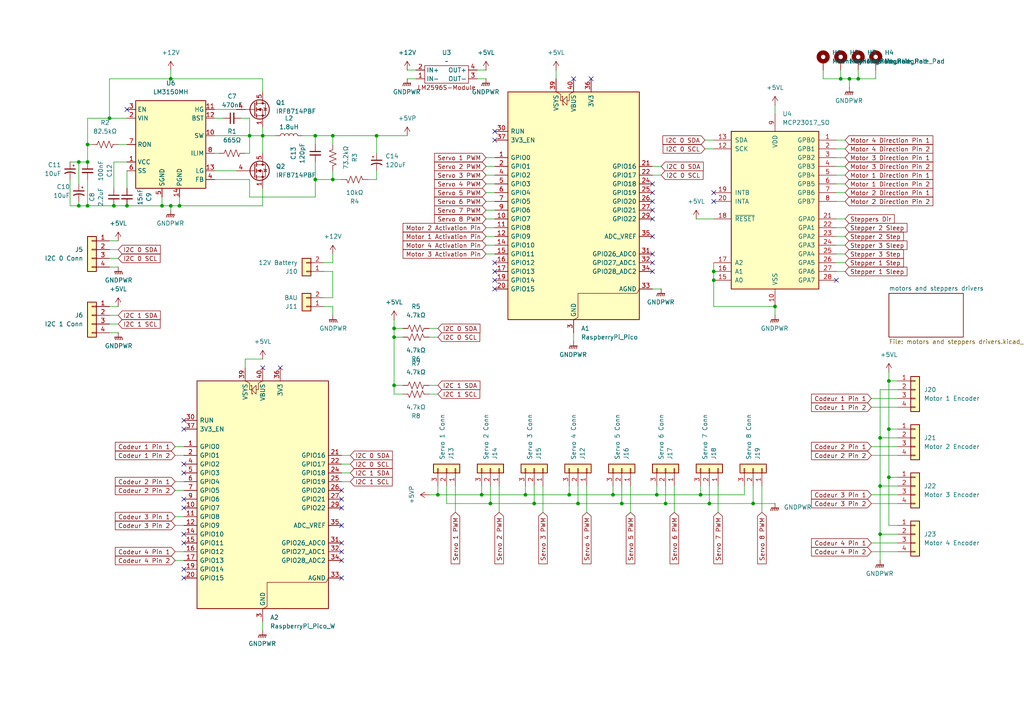
<source format=kicad_sch>
(kicad_sch (version 20250114) (generator "eeschema") (generator_version "9.0")
  (paper "A4")
  (junction (at 25.4 41.91))
  (junction (at 224.79 88.9))
  (junction (at 49.53 59.69))
  (junction (at 36.83 59.69))
  (junction (at 46.99 59.69))
  (junction (at 207.01 81.28))
  (junction (at 33.02 59.69))
  (junction (at 127 143.51))
  (junction (at 177.8 143.51))
  (junction (at 203.2 143.51))
  (junction (at 243.84 22.86))
  (junction (at 109.22 39.37))
  (junction (at 52.07 59.69))
  (junction (at 72.39 39.37))
  (junction (at 114.3 97.79))
  (junction (at 190.5 143.51))
  (junction (at 207.01 78.74))
  (junction (at 246.38 22.86))
  (junction (at 76.2 39.37))
  (junction (at 31.75 34.29))
  (junction (at 25.4 46.99))
  (junction (at 142.24 146.05))
  (junction (at 96.52 52.07))
  (junction (at 22.86 46.99))
  (junction (at 255.27 140.97))
  (junction (at 49.53 22.86))
  (junction (at 165.1 143.51))
  (junction (at 91.44 39.37))
  (junction (at 152.4 143.51))
  (junction (at 167.64 146.05))
  (junction (at 255.27 154.94))
  (junction (at 255.27 127))
  (junction (at 257.81 110.49))
  (junction (at 180.34 146.05))
  (junction (at 205.74 146.05))
  (junction (at 114.3 95.25))
  (junction (at 218.44 146.05))
  (junction (at 257.81 124.46))
  (junction (at 248.92 22.86))
  (junction (at 25.4 59.69))
  (junction (at 22.86 59.69))
  (junction (at 139.7 143.51))
  (junction (at 114.3 111.76))
  (junction (at 96.52 39.37))
  (junction (at 91.44 52.07))
  (junction (at 154.94 146.05))
  (junction (at 193.04 146.05))
  (junction (at 257.81 138.43))
  (no_connect (at 53.34 147.32))
  (no_connect (at 99.06 142.24))
  (no_connect (at 143.51 78.74))
  (no_connect (at 53.34 157.48))
  (no_connect (at 166.37 22.86))
  (no_connect (at 143.51 38.1))
  (no_connect (at 53.34 121.92))
  (no_connect (at 189.23 73.66))
  (no_connect (at 99.06 157.48))
  (no_connect (at 207.01 55.88))
  (no_connect (at 76.2 106.68))
  (no_connect (at 99.06 160.02))
  (no_connect (at 207.01 58.42))
  (no_connect (at 143.51 83.82))
  (no_connect (at 99.06 167.64))
  (no_connect (at 189.23 55.88))
  (no_connect (at 99.06 152.4))
  (no_connect (at 143.51 81.28))
  (no_connect (at 53.34 154.94))
  (no_connect (at 171.45 22.86))
  (no_connect (at 189.23 68.58))
  (no_connect (at 189.23 53.34))
  (no_connect (at 99.06 162.56))
  (no_connect (at 53.34 137.16))
  (no_connect (at 53.34 134.62))
  (no_connect (at 189.23 60.96))
  (no_connect (at 143.51 76.2))
  (no_connect (at 99.06 144.78))
  (no_connect (at 53.34 124.46))
  (no_connect (at 189.23 58.42))
  (no_connect (at 53.34 165.1))
  (no_connect (at 189.23 63.5))
  (no_connect (at 53.34 144.78))
  (no_connect (at 36.83 31.75))
  (no_connect (at 53.34 167.64))
  (no_connect (at 81.28 106.68))
  (no_connect (at 99.06 147.32))
  (no_connect (at 242.57 81.28))
  (no_connect (at 189.23 78.74))
  (no_connect (at 189.23 76.2))
  (no_connect (at 143.51 40.64))
  (wire (pts (xy 207.01 76.2) (xy 207.01 78.74)))
  (wire (pts (xy 142.24 146.05) (xy 154.94 146.05)))
  (wire (pts (xy 76.2 36.83) (xy 76.2 39.37)))
  (wire (pts (xy 252.73 132.08) (xy 260.35 132.08)))
  (wire (pts (xy 204.47 40.64) (xy 207.01 40.64)))
  (wire (pts (xy 139.7 143.51) (xy 139.7 140.97)))
  (wire (pts (xy 260.35 152.4) (xy 257.81 152.4)))
  (wire (pts (xy 255.27 113.03) (xy 255.27 127)))
  (wire (pts (xy 140.97 73.66) (xy 143.51 73.66)))
  (wire (pts (xy 25.4 41.91) (xy 26.67 41.91)))
  (wire (pts (xy 190.5 143.51) (xy 190.5 140.97)))
  (wire (pts (xy 71.12 44.45) (xy 72.39 44.45)))
  (wire (pts (xy 127 95.25) (xy 124.46 95.25)))
  (wire (pts (xy 96.52 76.2) (xy 93.98 76.2)))
  (wire (pts (xy 31.75 74.93) (xy 34.29 74.93)))
  (wire (pts (xy 245.11 43.18) (xy 242.57 43.18)))
  (wire (pts (xy 245.11 50.8) (xy 242.57 50.8)))
  (wire (pts (xy 260.35 110.49) (xy 257.81 110.49)))
  (wire (pts (xy 255.27 140.97) (xy 255.27 127)))
  (wire (pts (xy 252.73 157.48) (xy 260.35 157.48)))
  (wire (pts (xy 31.75 72.39) (xy 34.29 72.39)))
  (wire (pts (xy 62.23 34.29) (xy 64.77 34.29)))
  (wire (pts (xy 203.2 143.51) (xy 203.2 140.97)))
  (wire (pts (xy 22.86 58.42) (xy 22.86 59.69)))
  (wire (pts (xy 25.4 34.29) (xy 25.4 41.91)))
  (wire (pts (xy 142.24 146.05) (xy 142.24 140.97)))
  (wire (pts (xy 166.37 96.52) (xy 166.37 99.06)))
  (wire (pts (xy 96.52 73.66) (xy 96.52 76.2)))
  (wire (pts (xy 245.11 68.58) (xy 242.57 68.58)))
  (wire (pts (xy 140.97 48.26) (xy 143.51 48.26)))
  (wire (pts (xy 195.58 148.59) (xy 195.58 140.97)))
  (wire (pts (xy 245.11 66.04) (xy 242.57 66.04)))
  (wire (pts (xy 20.32 59.69) (xy 22.86 59.69)))
  (wire (pts (xy 180.34 146.05) (xy 193.04 146.05)))
  (wire (pts (xy 129.54 146.05) (xy 142.24 146.05)))
  (wire (pts (xy 140.97 58.42) (xy 143.51 58.42)))
  (wire (pts (xy 50.8 149.86) (xy 53.34 149.86)))
  (wire (pts (xy 170.18 148.59) (xy 170.18 140.97)))
  (wire (pts (xy 152.4 143.51) (xy 165.1 143.51)))
  (wire (pts (xy 238.76 20.32) (xy 238.76 22.86)))
  (wire (pts (xy 201.93 63.5) (xy 207.01 63.5)))
  (wire (pts (xy 180.34 146.05) (xy 180.34 140.97)))
  (wire (pts (xy 109.22 44.45) (xy 109.22 39.37)))
  (wire (pts (xy 205.74 146.05) (xy 205.74 140.97)))
  (wire (pts (xy 260.35 154.94) (xy 255.27 154.94)))
  (wire (pts (xy 109.22 52.07) (xy 106.68 52.07)))
  (wire (pts (xy 248.92 20.32) (xy 248.92 22.86)))
  (wire (pts (xy 161.29 20.32) (xy 161.29 22.86)))
  (wire (pts (xy 72.39 39.37) (xy 72.39 44.45)))
  (wire (pts (xy 76.2 39.37) (xy 80.01 39.37)))
  (wire (pts (xy 22.86 46.99) (xy 25.4 46.99)))
  (wire (pts (xy 246.38 22.86) (xy 248.92 22.86)))
  (wire (pts (xy 49.53 22.86) (xy 31.75 22.86)))
  (wire (pts (xy 36.83 59.69) (xy 46.99 59.69)))
  (wire (pts (xy 76.2 180.34) (xy 76.2 182.88)))
  (wire (pts (xy 87.63 39.37) (xy 91.44 39.37)))
  (wire (pts (xy 157.48 148.59) (xy 157.48 140.97)))
  (wire (pts (xy 22.86 53.34) (xy 22.86 46.99)))
  (wire (pts (xy 224.79 30.48) (xy 224.79 33.02)))
  (wire (pts (xy 72.39 39.37) (xy 76.2 39.37)))
  (wire (pts (xy 96.52 88.9) (xy 93.98 88.9)))
  (wire (pts (xy 138.43 22.86) (xy 140.97 22.86)))
  (wire (pts (xy 76.2 39.37) (xy 76.2 44.45)))
  (wire (pts (xy 109.22 49.53) (xy 109.22 52.07)))
  (wire (pts (xy 72.39 52.07) (xy 62.23 52.07)))
  (wire (pts (xy 245.11 76.2) (xy 242.57 76.2)))
  (wire (pts (xy 257.81 107.95) (xy 257.81 110.49)))
  (wire (pts (xy 132.08 148.59) (xy 132.08 140.97)))
  (wire (pts (xy 144.78 148.59) (xy 144.78 140.97)))
  (wire (pts (xy 96.52 78.74) (xy 96.52 86.36)))
  (wire (pts (xy 31.75 22.86) (xy 31.75 34.29)))
  (wire (pts (xy 71.12 104.14) (xy 71.12 106.68)))
  (wire (pts (xy 76.2 59.69) (xy 52.07 59.69)))
  (wire (pts (xy 165.1 143.51) (xy 165.1 140.97)))
  (wire (pts (xy 96.52 52.07) (xy 99.06 52.07)))
  (wire (pts (xy 50.8 152.4) (xy 53.34 152.4)))
  (wire (pts (xy 167.64 146.05) (xy 180.34 146.05)))
  (wire (pts (xy 252.73 146.05) (xy 260.35 146.05)))
  (wire (pts (xy 215.9 143.51) (xy 215.9 140.97)))
  (wire (pts (xy 127 143.51) (xy 139.7 143.51)))
  (wire (pts (xy 114.3 92.71) (xy 114.3 95.25)))
  (wire (pts (xy 260.35 138.43) (xy 257.81 138.43)))
  (wire (pts (xy 99.06 137.16) (xy 101.6 137.16)))
  (wire (pts (xy 36.83 49.53) (xy 36.83 54.61)))
  (wire (pts (xy 260.35 140.97) (xy 255.27 140.97)))
  (wire (pts (xy 50.8 160.02) (xy 53.34 160.02)))
  (wire (pts (xy 114.3 114.3) (xy 116.84 114.3)))
  (wire (pts (xy 255.27 154.94) (xy 255.27 162.56)))
  (wire (pts (xy 76.2 54.61) (xy 76.2 59.69)))
  (wire (pts (xy 255.27 154.94) (xy 255.27 140.97)))
  (wire (pts (xy 238.76 22.86) (xy 243.84 22.86)))
  (wire (pts (xy 34.29 96.52) (xy 31.75 96.52)))
  (wire (pts (xy 76.2 26.67) (xy 76.2 22.86)))
  (wire (pts (xy 50.8 142.24) (xy 53.34 142.24)))
  (wire (pts (xy 224.79 88.9) (xy 224.79 91.44)))
  (wire (pts (xy 177.8 143.51) (xy 177.8 140.97)))
  (wire (pts (xy 218.44 146.05) (xy 218.44 140.97)))
  (wire (pts (xy 25.4 41.91) (xy 25.4 46.99)))
  (wire (pts (xy 139.7 143.51) (xy 152.4 143.51)))
  (wire (pts (xy 257.81 138.43) (xy 257.81 124.46)))
  (wire (pts (xy 31.75 93.98) (xy 34.29 93.98)))
  (wire (pts (xy 193.04 146.05) (xy 193.04 140.97)))
  (wire (pts (xy 207.01 81.28) (xy 207.01 88.9)))
  (wire (pts (xy 91.44 39.37) (xy 91.44 41.91)))
  (wire (pts (xy 109.22 39.37) (xy 118.11 39.37)))
  (wire (pts (xy 31.75 34.29) (xy 36.83 34.29)))
  (wire (pts (xy 252.73 118.11) (xy 260.35 118.11)))
  (wire (pts (xy 243.84 20.32) (xy 243.84 22.86)))
  (wire (pts (xy 254 22.86) (xy 254 20.32)))
  (wire (pts (xy 154.94 146.05) (xy 167.64 146.05)))
  (wire (pts (xy 76.2 22.86) (xy 49.53 22.86)))
  (wire (pts (xy 248.92 22.86) (xy 254 22.86)))
  (wire (pts (xy 140.97 63.5) (xy 143.51 63.5)))
  (wire (pts (xy 140.97 50.8) (xy 143.51 50.8)))
  (wire (pts (xy 207.01 78.74) (xy 207.01 81.28)))
  (wire (pts (xy 129.54 146.05) (xy 129.54 140.97)))
  (wire (pts (xy 252.73 143.51) (xy 260.35 143.51)))
  (wire (pts (xy 257.81 152.4) (xy 257.81 138.43)))
  (wire (pts (xy 50.8 139.7) (xy 53.34 139.7)))
  (wire (pts (xy 167.64 146.05) (xy 167.64 140.97)))
  (wire (pts (xy 140.97 68.58) (xy 143.51 68.58)))
  (wire (pts (xy 189.23 83.82) (xy 191.77 83.82)))
  (wire (pts (xy 101.6 132.08) (xy 99.06 132.08)))
  (wire (pts (xy 91.44 39.37) (xy 96.52 39.37)))
  (wire (pts (xy 127 143.51) (xy 127 140.97)))
  (wire (pts (xy 91.44 57.15) (xy 91.44 52.07)))
  (wire (pts (xy 72.39 52.07) (xy 72.39 57.15)))
  (wire (pts (xy 33.02 46.99) (xy 36.83 46.99)))
  (wire (pts (xy 193.04 146.05) (xy 205.74 146.05)))
  (wire (pts (xy 114.3 95.25) (xy 114.3 97.79)))
  (wire (pts (xy 257.81 124.46) (xy 260.35 124.46)))
  (wire (pts (xy 114.3 97.79) (xy 114.3 111.76)))
  (wire (pts (xy 34.29 41.91) (xy 36.83 41.91)))
  (wire (pts (xy 220.98 148.59) (xy 220.98 140.97)))
  (wire (pts (xy 93.98 78.74) (xy 96.52 78.74)))
  (wire (pts (xy 245.11 58.42) (xy 242.57 58.42)))
  (wire (pts (xy 25.4 59.69) (xy 33.02 59.69)))
  (wire (pts (xy 245.11 48.26) (xy 242.57 48.26)))
  (wire (pts (xy 91.44 52.07) (xy 96.52 52.07)))
  (wire (pts (xy 46.99 57.15) (xy 46.99 59.69)))
  (wire (pts (xy 34.29 69.85) (xy 31.75 69.85)))
  (wire (pts (xy 208.28 148.59) (xy 208.28 140.97)))
  (wire (pts (xy 49.53 59.69) (xy 52.07 59.69)))
  (wire (pts (xy 245.11 53.34) (xy 242.57 53.34)))
  (wire (pts (xy 177.8 143.51) (xy 190.5 143.51)))
  (wire (pts (xy 93.98 86.36) (xy 96.52 86.36)))
  (wire (pts (xy 207.01 88.9) (xy 224.79 88.9)))
  (wire (pts (xy 190.5 143.51) (xy 203.2 143.51)))
  (wire (pts (xy 245.11 55.88) (xy 242.57 55.88)))
  (wire (pts (xy 255.27 127) (xy 260.35 127)))
  (wire (pts (xy 204.47 43.18) (xy 207.01 43.18)))
  (wire (pts (xy 101.6 134.62) (xy 99.06 134.62)))
  (wire (pts (xy 20.32 46.99) (xy 22.86 46.99)))
  (wire (pts (xy 33.02 54.61) (xy 33.02 46.99)))
  (wire (pts (xy 116.84 95.25) (xy 114.3 95.25)))
  (wire (pts (xy 124.46 143.51) (xy 127 143.51)))
  (wire (pts (xy 140.97 55.88) (xy 143.51 55.88)))
  (wire (pts (xy 34.29 88.9) (xy 31.75 88.9)))
  (wire (pts (xy 138.43 20.32) (xy 140.97 20.32)))
  (wire (pts (xy 114.3 97.79) (xy 116.84 97.79)))
  (wire (pts (xy 96.52 52.07) (xy 96.52 49.53)))
  (wire (pts (xy 252.73 129.54) (xy 260.35 129.54)))
  (wire (pts (xy 91.44 46.99) (xy 91.44 52.07)))
  (wire (pts (xy 127 111.76) (xy 124.46 111.76)))
  (wire (pts (xy 245.11 71.12) (xy 242.57 71.12)))
  (wire (pts (xy 50.8 162.56) (xy 53.34 162.56)))
  (wire (pts (xy 260.35 113.03) (xy 255.27 113.03)))
  (wire (pts (xy 165.1 143.51) (xy 177.8 143.51)))
  (wire (pts (xy 189.23 48.26) (xy 191.77 48.26)))
  (wire (pts (xy 31.75 91.44) (xy 34.29 91.44)))
  (wire (pts (xy 203.2 143.51) (xy 215.9 143.51)))
  (wire (pts (xy 72.39 34.29) (xy 72.39 39.37)))
  (wire (pts (xy 76.2 104.14) (xy 71.12 104.14)))
  (wire (pts (xy 245.11 73.66) (xy 242.57 73.66)))
  (wire (pts (xy 20.32 52.07) (xy 20.32 59.69)))
  (wire (pts (xy 189.23 50.8) (xy 191.77 50.8)))
  (wire (pts (xy 127 114.3) (xy 124.46 114.3)))
  (wire (pts (xy 152.4 143.51) (xy 152.4 140.97)))
  (wire (pts (xy 205.74 146.05) (xy 218.44 146.05)))
  (wire (pts (xy 140.97 53.34) (xy 143.51 53.34)))
  (wire (pts (xy 218.44 146.05) (xy 224.79 146.05)))
  (wire (pts (xy 50.8 132.08) (xy 53.34 132.08)))
  (wire (pts (xy 22.86 59.69) (xy 25.4 59.69)))
  (wire (pts (xy 25.4 34.29) (xy 31.75 34.29)))
  (wire (pts (xy 118.11 22.86) (xy 120.65 22.86)))
  (wire (pts (xy 49.53 20.32) (xy 49.53 22.86)))
  (wire (pts (xy 140.97 45.72) (xy 143.51 45.72)))
  (wire (pts (xy 49.53 59.69) (xy 49.53 60.96)))
  (wire (pts (xy 140.97 71.12) (xy 143.51 71.12)))
  (wire (pts (xy 96.52 88.9) (xy 96.52 91.44)))
  (wire (pts (xy 62.23 39.37) (xy 72.39 39.37)))
  (wire (pts (xy 46.99 59.69) (xy 49.53 59.69)))
  (wire (pts (xy 34.29 77.47) (xy 31.75 77.47)))
  (wire (pts (xy 182.88 148.59) (xy 182.88 140.97)))
  (wire (pts (xy 252.73 160.02) (xy 260.35 160.02)))
  (wire (pts (xy 245.11 40.64) (xy 242.57 40.64)))
  (wire (pts (xy 52.07 57.15) (xy 52.07 59.69)))
  (wire (pts (xy 69.85 34.29) (xy 72.39 34.29)))
  (wire (pts (xy 118.11 20.32) (xy 120.65 20.32)))
  (wire (pts (xy 50.8 129.54) (xy 53.34 129.54)))
  (wire (pts (xy 140.97 60.96) (xy 143.51 60.96)))
  (wire (pts (xy 114.3 111.76) (xy 114.3 114.3)))
  (wire (pts (xy 72.39 57.15) (xy 91.44 57.15)))
  (wire (pts (xy 243.84 22.86) (xy 246.38 22.86)))
  (wire (pts (xy 127 97.79) (xy 124.46 97.79)))
  (wire (pts (xy 257.81 110.49) (xy 257.81 124.46)))
  (wire (pts (xy 62.23 44.45) (xy 63.5 44.45)))
  (wire (pts (xy 154.94 146.05) (xy 154.94 140.97)))
  (wire (pts (xy 252.73 115.57) (xy 260.35 115.57)))
  (wire (pts (xy 33.02 59.69) (xy 36.83 59.69)))
  (wire (pts (xy 245.11 45.72) (xy 242.57 45.72)))
  (wire (pts (xy 96.52 41.91) (xy 96.52 39.37)))
  (wire (pts (xy 246.38 22.86) (xy 246.38 25.4)))
  (wire (pts (xy 62.23 31.75) (xy 68.58 31.75)))
  (wire (pts (xy 245.11 78.74) (xy 242.57 78.74)))
  (wire (pts (xy 245.11 63.5) (xy 242.57 63.5)))
  (wire (pts (xy 25.4 52.07) (xy 25.4 59.69)))
  (wire (pts (xy 116.84 111.76) (xy 114.3 111.76)))
  (wire (pts (xy 62.23 49.53) (xy 68.58 49.53)))
  (wire (pts (xy 140.97 66.04) (xy 143.51 66.04)))
  (wire (pts (xy 99.06 139.7) (xy 101.6 139.7)))
  (wire (pts (xy 96.52 39.37) (xy 109.22 39.37)))
  (global_label "Motor 2 Direction Pin 2" (shape input) (at 245.11 58.42 0) (property "Intersheetrefs" "${INTERSHEET_REFS}" (effects (hide yes))))
  (global_label "Stepper 1 Step" (shape input) (at 245.11 76.2 0) (property "Intersheetrefs" "${INTERSHEET_REFS}" (effects (hide yes))))
  (global_label "Codeur 3 Pin 2" (shape input) (at 252.73 146.05 180) (property "Intersheetrefs" "${INTERSHEET_REFS}" (effects (hide yes))))
  (global_label "Codeur 1 Pin 2" (shape input) (at 252.73 118.11 180) (property "Intersheetrefs" "${INTERSHEET_REFS}" (effects (hide yes))))
  (global_label "Codeur 2 Pin 1" (shape input) (at 252.73 129.54 180) (property "Intersheetrefs" "${INTERSHEET_REFS}" (effects (hide yes))))
  (global_label "I2C 0 SDA" (shape input) (at 204.47 40.64 180) (property "Intersheetrefs" "${INTERSHEET_REFS}" (effects (hide yes))))
  (global_label "Codeur 3 Pin 1" (shape input) (at 252.73 143.51 180) (property "Intersheetrefs" "${INTERSHEET_REFS}" (effects (hide yes))))
  (global_label "Servo 2 PWM" (shape input) (at 144.78 148.59 270) (property "Intersheetrefs" "${INTERSHEET_REFS}" (effects (hide yes))))
  (global_label "Codeur 1 Pin 1" (shape input) (at 252.73 115.57 180) (property "Intersheetrefs" "${INTERSHEET_REFS}" (effects (hide yes))))
  (global_label "I2C 1 SCL" (shape input) (at 34.29 93.98 0) (property "Intersheetrefs" "${INTERSHEET_REFS}" (effects (hide yes))))
  (global_label "Motor 2 Activation Pin" (shape input) (at 140.97 66.04 180) (property "Intersheetrefs" "${INTERSHEET_REFS}" (effects (hide yes))))
  (global_label "Codeur 3 Pin 1" (shape input) (at 50.8 149.86 180) (property "Intersheetrefs" "${INTERSHEET_REFS}" (effects (hide yes))))
  (global_label "I2C 0 SDA" (shape input) (at 127 95.25 0) (property "Intersheetrefs" "${INTERSHEET_REFS}" (effects (hide yes))))
  (global_label "I2C 1 SDA" (shape input) (at 127 111.76 0) (property "Intersheetrefs" "${INTERSHEET_REFS}" (effects (hide yes))))
  (global_label "Servo 3 PWM" (shape input) (at 157.48 148.59 270) (property "Intersheetrefs" "${INTERSHEET_REFS}" (effects (hide yes))))
  (global_label "I2C 0 SDA" (shape input) (at 101.6 132.08 0) (property "Intersheetrefs" "${INTERSHEET_REFS}" (effects (hide yes))))
  (global_label "Servo 5 PWM" (shape input) (at 182.88 148.59 270) (property "Intersheetrefs" "${INTERSHEET_REFS}" (effects (hide yes))))
  (global_label "Stepper 2 Sleep" (shape input) (at 245.11 66.04 0) (property "Intersheetrefs" "${INTERSHEET_REFS}" (effects (hide yes))))
  (global_label "Stepper 1 Sleep" (shape input) (at 245.11 78.74 0) (property "Intersheetrefs" "${INTERSHEET_REFS}" (effects (hide yes))))
  (global_label "Servo 4 PWM" (shape input) (at 170.18 148.59 270) (property "Intersheetrefs" "${INTERSHEET_REFS}" (effects (hide yes))))
  (global_label "Codeur 4 Pin 1" (shape input) (at 252.73 157.48 180) (property "Intersheetrefs" "${INTERSHEET_REFS}" (effects (hide yes))))
  (global_label "Servo 8 PWM" (shape input) (at 220.98 148.59 270) (property "Intersheetrefs" "${INTERSHEET_REFS}" (effects (hide yes))))
  (global_label "Motor 4 Activation Pin" (shape input) (at 140.97 71.12 180) (property "Intersheetrefs" "${INTERSHEET_REFS}" (effects (hide yes))))
  (global_label "Codeur 3 Pin 2" (shape input) (at 50.8 152.4 180) (property "Intersheetrefs" "${INTERSHEET_REFS}" (effects (hide yes))))
  (global_label "I2C 0 SCL" (shape input) (at 191.77 50.8 0) (property "Intersheetrefs" "${INTERSHEET_REFS}" (effects (hide yes))))
  (global_label "Servo 5 PWM" (shape input) (at 140.97 55.88 180) (property "Intersheetrefs" "${INTERSHEET_REFS}" (effects (hide yes))))
  (global_label "Servo 7 PWM" (shape input) (at 140.97 60.96 180) (property "Intersheetrefs" "${INTERSHEET_REFS}" (effects (hide yes))))
  (global_label "Servo 3 PWM" (shape input) (at 140.97 50.8 180) (property "Intersheetrefs" "${INTERSHEET_REFS}" (effects (hide yes))))
  (global_label "Motor 3 Activation Pin" (shape input) (at 140.97 73.66 180) (property "Intersheetrefs" "${INTERSHEET_REFS}" (effects (hide yes))))
  (global_label "I2C 1 SDA" (shape input) (at 34.29 91.44 0) (property "Intersheetrefs" "${INTERSHEET_REFS}" (effects (hide yes))))
  (global_label "Codeur 4 Pin 2" (shape input) (at 50.8 162.56 180) (property "Intersheetrefs" "${INTERSHEET_REFS}" (effects (hide yes))))
  (global_label "Servo 6 PWM" (shape input) (at 195.58 148.59 270) (property "Intersheetrefs" "${INTERSHEET_REFS}" (effects (hide yes))))
  (global_label "Codeur 2 Pin 1" (shape input) (at 50.8 139.7 180) (property "Intersheetrefs" "${INTERSHEET_REFS}" (effects (hide yes))))
  (global_label "Servo 6 PWM" (shape input) (at 140.97 58.42 180) (property "Intersheetrefs" "${INTERSHEET_REFS}" (effects (hide yes))))
  (global_label "I2C 0 SCL" (shape input) (at 34.29 74.93 0) (property "Intersheetrefs" "${INTERSHEET_REFS}" (effects (hide yes))))
  (global_label "Codeur 4 Pin 2" (shape input) (at 252.73 160.02 180) (property "Intersheetrefs" "${INTERSHEET_REFS}" (effects (hide yes))))
  (global_label "Servo 2 PWM" (shape input) (at 140.97 48.26 180) (property "Intersheetrefs" "${INTERSHEET_REFS}" (effects (hide yes))))
  (global_label "Servo 7 PWM" (shape input) (at 208.28 148.59 270) (property "Intersheetrefs" "${INTERSHEET_REFS}" (effects (hide yes))))
  (global_label "I2C 1 SDA" (shape input) (at 101.6 137.16 0) (property "Intersheetrefs" "${INTERSHEET_REFS}" (effects (hide yes))))
  (global_label "Motor 1 Activation Pin" (shape input) (at 140.97 68.58 180) (property "Intersheetrefs" "${INTERSHEET_REFS}" (effects (hide yes))))
  (global_label "Codeur 2 Pin 2" (shape input) (at 50.8 142.24 180) (property "Intersheetrefs" "${INTERSHEET_REFS}" (effects (hide yes))))
  (global_label "Servo 4 PWM" (shape input) (at 140.97 53.34 180) (property "Intersheetrefs" "${INTERSHEET_REFS}" (effects (hide yes))))
  (global_label "Stepper 2 Step" (shape input) (at 245.11 68.58 0) (property "Intersheetrefs" "${INTERSHEET_REFS}" (effects (hide yes))))
  (global_label "I2C 0 SCL" (shape input) (at 204.47 43.18 180) (property "Intersheetrefs" "${INTERSHEET_REFS}" (effects (hide yes))))
  (global_label "I2C 0 SDA" (shape input) (at 191.77 48.26 0) (property "Intersheetrefs" "${INTERSHEET_REFS}" (effects (hide yes))))
  (global_label "I2C 1 SCL" (shape input) (at 101.6 139.7 0) (property "Intersheetrefs" "${INTERSHEET_REFS}" (effects (hide yes))))
  (global_label "Motor 4 Direction Pin 1" (shape input) (at 245.11 40.64 0) (property "Intersheetrefs" "${INTERSHEET_REFS}" (effects (hide yes))))
  (global_label "Codeur 2 Pin 2" (shape input) (at 252.73 132.08 180) (property "Intersheetrefs" "${INTERSHEET_REFS}" (effects (hide yes))))
  (global_label "I2C 1 SCL" (shape input) (at 127 114.3 0) (property "Intersheetrefs" "${INTERSHEET_REFS}" (effects (hide yes))))
  (global_label "I2C 0 SDA" (shape input) (at 34.29 72.39 0) (property "Intersheetrefs" "${INTERSHEET_REFS}" (effects (hide yes))))
  (global_label "Servo 1 PWM" (shape input) (at 140.97 45.72 180) (property "Intersheetrefs" "${INTERSHEET_REFS}" (effects (hide yes))))
  (global_label "Codeur 1 Pin 2" (shape input) (at 50.8 132.08 180) (property "Intersheetrefs" "${INTERSHEET_REFS}" (effects (hide yes))))
  (global_label "Codeur 4 Pin 1" (shape input) (at 50.8 160.02 180) (property "Intersheetrefs" "${INTERSHEET_REFS}" (effects (hide yes))))
  (global_label "Motor 4 Direction Pin 2" (shape input) (at 245.11 43.18 0) (property "Intersheetrefs" "${INTERSHEET_REFS}" (effects (hide yes))))
  (global_label "Motor 3 Direction Pin 2" (shape input) (at 245.11 48.26 0) (property "Intersheetrefs" "${INTERSHEET_REFS}" (effects (hide yes))))
  (global_label "I2C 0 SCL" (shape input) (at 101.6 134.62 0) (property "Intersheetrefs" "${INTERSHEET_REFS}" (effects (hide yes))))
  (global_label "Steppers Dir" (shape input) (at 245.11 63.5 0) (property "Intersheetrefs" "${INTERSHEET_REFS}" (effects (hide yes))))
  (global_label "Stepper 3 Step" (shape input) (at 245.11 73.66 0) (property "Intersheetrefs" "${INTERSHEET_REFS}" (effects (hide yes))))
  (global_label "Servo 1 PWM" (shape input) (at 132.08 148.59 270) (property "Intersheetrefs" "${INTERSHEET_REFS}" (effects (hide yes))))
  (global_label "Motor 1 Direction Pin 2" (shape input) (at 245.11 53.34 0) (property "Intersheetrefs" "${INTERSHEET_REFS}" (effects (hide yes))))
  (global_label "Motor 2 Direction Pin 1" (shape input) (at 245.11 55.88 0) (property "Intersheetrefs" "${INTERSHEET_REFS}" (effects (hide yes))))
  (global_label "Motor 1 Direction Pin 1" (shape input) (at 245.11 50.8 0) (property "Intersheetrefs" "${INTERSHEET_REFS}" (effects (hide yes))))
  (global_label "I2C 0 SCL" (shape input) (at 127 97.79 0) (property "Intersheetrefs" "${INTERSHEET_REFS}" (effects (hide yes))))
  (global_label "Codeur 1 Pin 1" (shape input) (at 50.8 129.54 180) (property "Intersheetrefs" "${INTERSHEET_REFS}" (effects (hide yes))))
  (global_label "Servo 8 PWM" (shape input) (at 140.97 63.5 180) (property "Intersheetrefs" "${INTERSHEET_REFS}" (effects (hide yes))))
  (global_label "Motor 3 Direction Pin 1" (shape input) (at 245.11 45.72 0) (property "Intersheetrefs" "${INTERSHEET_REFS}" (effects (hide yes))))
  (global_label "Stepper 3 Sleep" (shape input) (at 245.11 71.12 0) (property "Intersheetrefs" "${INTERSHEET_REFS}" (effects (hide yes))))
  (symbol (lib_id "Device:C_Polarized_Small_US") (at 20.32 49.53 0) (mirror y) (unit 1)
    (property "Reference" "C11" (at 17.78 47.8281 0) (effects (justify left)))
    (property "Value" "10uF" (at 17.78 50.3681 0) (effects (justify left)))
    (property "Footprint" "Capacitor_THT:CP_Radial_D6.3mm_P2.50mm" (effects (hide yes)))
    (property "Description" "Polarized capacitor, small US symbol" (effects (hide yes)))
  )
  (symbol (lib_id "power:+5VL") (at 34.29 88.9 0) (unit 1)
    (property "Reference" "#PWR023" (effects (hide yes)))
    (property "Value" "+5VL" (at 34.29 83.82 0))
    (property "Description" "Power symbol creates a global label with name \"+5VL\"" (effects (hide yes)))
  )
  (symbol (lib_id "Connector_Generic:Conn_01x03") (at 142.24 135.89 270) (mirror x) (unit 1)
    (property "Reference" "J14" (at 143.5101 133.35 0) (effects (justify left)))
    (property "Value" "Servo 2 Conn" (at 140.9701 133.35 0) (effects (justify left)))
    (property "Footprint" "Connector_Molex:Molex_KK-254_AE-6410-03A_1x03_P2.54mm_Vertical" (effects (hide yes)))
    (property "Description" "Generic connector, single row, 01x03, script generated (kicad-library-utils/schlib/autogen/connector/)" (effects (hide yes)))
  )
  (symbol (lib_id "Connector_Generic:Conn_01x02") (at 88.9 78.74 180) (unit 1)
    (property "Reference" "J10" (at 86.36 78.7401 0) (effects (justify left)))
    (property "Value" "12V Battery" (at 86.36 76.2001 0) (effects (justify left)))
    (property "Footprint" "Connector_Molex:Molex_KK-254_AE-6410-02A_1x02_P2.54mm_Vertical" (effects (hide yes)))
    (property "Description" "Generic connector, single row, 01x02, script generated (kicad-library-utils/schlib/autogen/connector/)" (effects (hide yes)))
  )
  (symbol (lib_id "power:+5VL") (at 76.2 104.14 0) (unit 1)
    (property "Reference" "#PWR038" (effects (hide yes)))
    (property "Value" "+5VL" (at 76.2 99.06 0))
    (property "Description" "Power symbol creates a global label with name \"+5VL\"" (effects (hide yes)))
  )
  (symbol (lib_id "Connector_Generic:Conn_01x04") (at 26.67 91.44 0) (mirror y) (unit 1)
    (property "Reference" "J6" (at 24.13 91.4399 0) (effects (justify left)))
    (property "Value" "I2C 1 Conn" (at 24.13 93.9799 0) (effects (justify left)))
    (property "Footprint" "Connector_Molex:Molex_KK-254_AE-6410-04A_1x04_P2.54mm_Vertical" (effects (hide yes)))
    (property "Description" "Generic connector, single row, 01x04, script generated (kicad-library-utils/schlib/autogen/connector/)" (effects (hide yes)))
  )
  (symbol (lib_id "power:GNDPWR") (at 224.79 146.05 0) (unit 1)
    (property "Reference" "#PWR043" (effects (hide yes)))
    (property "Value" "GNDPWR" (at 227.33 147.1167 0) (effects (justify left)))
    (property "Description" "Power symbol creates a global label with name \"GNDPWR\" , global ground" (effects (hide yes)))
  )
  (symbol (lib_id "power:+5VL") (at 34.29 69.85 0) (unit 1)
    (property "Reference" "#PWR021" (effects (hide yes)))
    (property "Value" "+5VL" (at 34.29 64.77 0))
    (property "Description" "Power symbol creates a global label with name \"+5VL\"" (effects (hide yes)))
  )
  (symbol (lib_id "Transistor_FET:IRF8721PBF-1") (at 73.66 49.53 0) (unit 1)
    (property "Reference" "Q2" (at 80.01 48.2599 0) (effects (justify left)))
    (property "Value" "IRF8714PBF" (at 80.01 50.7999 0) (effects (justify left)))
    (property "Footprint" "Package_SO:SOIC-8_3.9x4.9mm_P1.27mm" (effects (hide yes)))
    (property "Datasheet" "http://www.irf.com/product-info/datasheets/data/irf8721pbf-1.pdf" (effects (hide yes)))
    (property "Description" "14A Id, 30V Vds, HEXFET N-Channel MOSFET, SO-8" (effects (hide yes)))
  )
  (symbol (lib_id "power:+5VL") (at 114.3 92.71 0) (unit 1)
    (property "Reference" "#PWR045" (effects (hide yes)))
    (property "Value" "+5VL" (at 114.3 87.63 0))
    (property "Description" "Power symbol creates a global label with name \"+5VL\"" (effects (hide yes)))
  )
  (symbol (lib_id "power:GNDPWR") (at 34.29 96.52 0) (mirror y) (unit 1)
    (property "Reference" "#PWR024" (effects (hide yes)))
    (property "Value" "GNDPWR" (at 34.417 100.33 0))
    (property "Description" "Power symbol creates a global label with name \"GNDPWR\" , global ground" (effects (hide yes)))
  )
  (symbol (lib_id "power:GNDPWR") (at 191.77 83.82 0) (unit 1)
    (property "Reference" "#PWR046" (effects (hide yes)))
    (property "Value" "GNDPWR" (at 191.643 87.63 0))
    (property "Description" "Power symbol creates a global label with name \"GNDPWR\" , global ground" (effects (hide yes)))
  )
  (symbol (lib_id "Connector_Generic:Conn_01x02") (at 88.9 88.9 180) (unit 1)
    (property "Reference" "J11" (at 86.36 88.9001 0) (effects (justify left)))
    (property "Value" "BAU" (at 86.36 86.3601 0) (effects (justify left)))
    (property "Footprint" "Connector_Molex:Molex_KK-254_AE-6410-02A_1x02_P2.54mm_Vertical" (effects (hide yes)))
    (property "Description" "Generic connector, single row, 01x02, script generated (kicad-library-utils/schlib/autogen/connector/)" (effects (hide yes)))
  )
  (symbol (lib_id "Device:C_Polarized_Small_US") (at 22.86 55.88 0) (mirror y) (unit 1)
    (property "Reference" "C10" (at 20.32 54.1781 0) (effects (justify left)))
    (property "Value" "10uF" (at 20.32 56.7181 0) (effects (justify left)))
    (property "Footprint" "Capacitor_THT:CP_Radial_D6.3mm_P2.50mm" (effects (hide yes)))
    (property "Description" "Polarized capacitor, small US symbol" (effects (hide yes)))
  )
  (symbol (lib_id "Regulator_Switching:LM3150MH") (at 49.53 41.91 0) (unit 1)
    (property "Reference" "U6" (at 49.53 24.13 0))
    (property "Value" "LM3150MH" (at 49.53 26.67 0))
    (property "Footprint" "Package_SO:HTSSOP-14-1EP_4.4x5mm_P0.65mm_EP3.4x5mm_Mask3x3.1mm" (effects (hide yes)))
    (property "Datasheet" "http://www.ti.com/lit/ds/symlink/lm3150.pdf" (effects (hide yes)))
    (property "Description" "42V Wide Vin synchronous Buck controller, HTSSOP-14" (effects (hide yes)))
  )
  (symbol (lib_id "power:GNDPWR") (at 140.97 22.86 0) (unit 1)
    (property "Reference" "#PWR014" (effects (hide yes)))
    (property "Value" "GNDPWR" (at 140.843 26.67 0))
    (property "Description" "Power symbol creates a global label with name \"GNDPWR\" , global ground" (effects (hide yes)))
  )
  (symbol (lib_id "Connector_Generic:Conn_01x03") (at 180.34 135.89 270) (mirror x) (unit 1)
    (property "Reference" "J16" (at 181.6101 133.35 0) (effects (justify left)))
    (property "Value" "Servo 5 Conn" (at 179.0701 133.35 0) (effects (justify left)))
    (property "Footprint" "Connector_Molex:Molex_KK-254_AE-6410-03A_1x03_P2.54mm_Vertical" (effects (hide yes)))
    (property "Description" "Generic connector, single row, 01x03, script generated (kicad-library-utils/schlib/autogen/connector/)" (effects (hide yes)))
  )
  (symbol (lib_id "Transistor_FET:IRF8721PBF-1") (at 73.66 31.75 0) (unit 1)
    (property "Reference" "Q1" (at 80.01 30.4799 0) (effects (justify left bottom)))
    (property "Value" "IRF8714PBF" (at 80.01 33.0199 0) (effects (justify left bottom)))
    (property "Footprint" "Package_SO:SOIC-8_3.9x4.9mm_P1.27mm" (effects (hide yes)))
    (property "Datasheet" "http://www.irf.com/product-info/datasheets/data/irf8721pbf-1.pdf" (effects (hide yes)))
    (property "Description" "14A Id, 30V Vds, HEXFET N-Channel MOSFET, SO-8" (effects (hide yes)))
  )
  (symbol (lib_id "power:GNDPWR") (at 224.79 91.44 0) (unit 1)
    (property "Reference" "#PWR017" (effects (hide yes)))
    (property "Value" "GNDPWR" (at 224.663 95.25 0))
    (property "Description" "Power symbol creates a global label with name \"GNDPWR\" , global ground" (effects (hide yes)))
  )
  (symbol (lib_id "Device:C_Small") (at 36.83 57.15 0) (unit 1)
    (property "Reference" "C9" (at 43.18 57.1563 90))
    (property "Value" "15nF" (at 40.64 57.1563 90))
    (property "Footprint" "Capacitor_THT:C_Disc_D3.8mm_W2.6mm_P2.50mm" (effects (hide yes)))
    (property "Description" "Unpolarized capacitor, small symbol" (effects (hide yes)))
  )
  (symbol (lib_id "Connector_Generic:Conn_01x04") (at 26.67 72.39 0) (mirror y) (unit 1)
    (property "Reference" "J5" (at 24.13 72.3899 0) (effects (justify left)))
    (property "Value" "I2C 0 Conn" (at 24.13 74.9299 0) (effects (justify left)))
    (property "Footprint" "Connector_Molex:Molex_KK-254_AE-6410-04A_1x04_P2.54mm_Vertical" (effects (hide yes)))
    (property "Description" "Generic connector, single row, 01x04, script generated (kicad-library-utils/schlib/autogen/connector/)" (effects (hide yes)))
  )
  (symbol (lib_id "Device:R_US") (at 102.87 52.07 90) (mirror x) (unit 1)
    (property "Reference" "R4" (at 102.87 58.42 90))
    (property "Value" "10kΩ" (at 102.87 55.88 90))
    (property "Footprint" "Resistor_THT:R_Axial_DIN0207_L6.3mm_D2.5mm_P10.16mm_Horizontal" (effects (hide yes)))
    (property "Description" "Resistor, US symbol" (effects (hide yes)))
  )
  (symbol (lib_id "Connector_Generic:Conn_01x03") (at 205.74 135.89 270) (mirror x) (unit 1)
    (property "Reference" "J18" (at 207.0101 133.35 0) (effects (justify left)))
    (property "Value" "Servo 7 Conn" (at 204.4701 133.35 0) (effects (justify left)))
    (property "Footprint" "Connector_Molex:Molex_KK-254_AE-6410-03A_1x03_P2.54mm_Vertical" (effects (hide yes)))
    (property "Description" "Generic connector, single row, 01x03, script generated (kicad-library-utils/schlib/autogen/connector/)" (effects (hide yes)))
  )
  (symbol (lib_id "Device:L") (at 83.82 39.37 90) (unit 1)
    (property "Reference" "L2" (at 83.82 34.29 90))
    (property "Value" "1.8uH" (at 83.82 36.83 90))
    (property "Footprint" "Inductor_SMD:L_APV_APH1040" (effects (hide yes)))
    (property "Description" "Inductor" (effects (hide yes)))
  )
  (symbol (lib_id "power:GNDPWR") (at 166.37 99.06 0) (unit 1)
    (property "Reference" "#PWR012" (effects (hide yes)))
    (property "Value" "GNDPWR" (at 166.243 102.87 0))
    (property "Description" "Power symbol creates a global label with name \"GNDPWR\" , global ground" (effects (hide yes)))
  )
  (symbol (lib_id "power:+12V") (at 96.52 73.66 0) (mirror y) (unit 1)
    (property "Reference" "#PWR040" (effects (hide yes)))
    (property "Value" "+12V" (at 96.52 68.58 0))
    (property "Description" "Power symbol creates a global label with name \"+12V\"" (effects (hide yes)))
  )
  (symbol (lib_id "Connector_Generic:Conn_01x03") (at 218.44 135.89 270) (mirror x) (unit 1)
    (property "Reference" "J19" (at 219.7101 133.35 0) (effects (justify left)))
    (property "Value" "Servo 8 Conn" (at 217.1701 133.35 0) (effects (justify left)))
    (property "Footprint" "Connector_Molex:Molex_KK-254_AE-6410-03A_1x03_P2.54mm_Vertical" (effects (hide yes)))
    (property "Description" "Generic connector, single row, 01x03, script generated (kicad-library-utils/schlib/autogen/connector/)" (effects (hide yes)))
  )
  (symbol (lib_id "Connector_Generic:Conn_01x04") (at 265.43 154.94 0) (unit 1)
    (property "Reference" "J23" (at 267.97 154.9399 0) (effects (justify left)))
    (property "Value" "Motor 4 Encoder" (at 267.97 157.4799 0) (effects (justify left)))
    (property "Footprint" "Connector_Molex:Molex_KK-254_AE-6410-04A_1x04_P2.54mm_Vertical" (effects (hide yes)))
    (property "Description" "Generic connector, single row, 01x04, script generated (kicad-library-utils/schlib/autogen/connector/)" (effects (hide yes)))
  )
  (symbol (lib_id "LM2596S-Module:LM2596S-Module") (at 129.54 21.59 0) (unit 1)
    (property "Reference" "U3" (at 129.54 15.24 0))
    (property "Value" "~" (at 129.54 17.78 0))
    (property "Footprint" "LM2596S-Module:LM2596S-Module" (effects (hide yes)))
  )
  (symbol (lib_id "Device:R_US") (at 120.65 114.3 90) (mirror x) (unit 1)
    (property "Reference" "R8" (at 120.65 120.65 90))
    (property "Value" "4.7kΩ" (at 120.65 118.11 90))
    (property "Footprint" "Resistor_THT:R_Axial_DIN0207_L6.3mm_D2.5mm_P10.16mm_Horizontal" (effects (hide yes)))
    (property "Description" "Resistor, US symbol" (effects (hide yes)))
  )
  (symbol (lib_id "Mechanical:MountingHole_Pad") (at 248.92 17.78 0) (unit 1) (in_bom no)
    (property "Reference" "H3" (at 251.46 15.2399 0) (effects (justify left)))
    (property "Value" "MountingHole_Pad" (at 251.46 17.7799 0) (effects (justify left)))
    (property "Footprint" "MountingHole:MountingHole_3.2mm_M3_Pad" (effects (hide yes)))
    (property "Description" "Mounting Hole with connection" (effects (hide yes)))
  )
  (symbol (lib_id "Connector_Generic:Conn_01x03") (at 129.54 135.89 270) (mirror x) (unit 1)
    (property "Reference" "J13" (at 130.8101 133.35 0) (effects (justify left)))
    (property "Value" "Servo 1 Conn" (at 128.2701 133.35 0) (effects (justify left)))
    (property "Footprint" "Connector_Molex:Molex_KK-254_AE-6410-03A_1x03_P2.54mm_Vertical" (effects (hide yes)))
    (property "Description" "Generic connector, single row, 01x03, script generated (kicad-library-utils/schlib/autogen/connector/)" (effects (hide yes)))
  )
  (symbol (lib_id "Interface_Expansion:MCP23017_SO") (at 224.79 60.96 0) (unit 1)
    (property "Reference" "U4" (at 226.9333 33.02 0) (effects (justify left)))
    (property "Value" "MCP23017_SO" (at 226.9333 35.56 0) (effects (justify left)))
    (property "Footprint" "Package_SO:SOIC-28W_7.5x17.9mm_P1.27mm" (effects (hide yes)))
    (property "Datasheet" "https://ww1.microchip.com/downloads/aemDocuments/documents/APID/ProductDocuments/DataSheets/MCP23017-Data-Sheet-DS20001952.pdf" (effects (hide yes)))
    (property "Description" "16-bit I/O expander, I2C, interrupts, w pull-ups, GPA/B7 output only (https://microchip.my.site.com/s/article/GPA7---GPB7-Cannot-Be-Used-as-Inputs-In-MCP23017),  SOIC-28" (effects (hide yes)))
  )
  (symbol (lib_id "Device:R_US") (at 120.65 97.79 90) (mirror x) (unit 1)
    (property "Reference" "R6" (at 120.65 104.14 90))
    (property "Value" "4.7kΩ" (at 120.65 101.6 90))
    (property "Footprint" "Resistor_THT:R_Axial_DIN0207_L6.3mm_D2.5mm_P10.16mm_Horizontal" (effects (hide yes)))
    (property "Description" "Resistor, US symbol" (effects (hide yes)))
  )
  (symbol (lib_id "Device:R_US") (at 30.48 41.91 90) (unit 1)
    (property "Reference" "R2" (at 30.48 35.56 90))
    (property "Value" "82.5kΩ" (at 30.48 38.1 90))
    (property "Footprint" "Resistor_THT:R_Axial_DIN0207_L6.3mm_D2.5mm_P10.16mm_Horizontal" (effects (hide yes)))
    (property "Description" "Resistor, US symbol" (effects (hide yes)))
  )
  (symbol (lib_id "Device:C_Small") (at 33.02 57.15 0) (mirror y) (unit 1)
    (property "Reference" "C8" (at 26.67 57.1563 90))
    (property "Value" "2.2uF" (at 29.21 57.1563 90))
    (property "Footprint" "Capacitor_THT:C_Radial_D6.3mm_H5.0mm_P2.50mm" (effects (hide yes)))
    (property "Description" "Unpolarized capacitor, small symbol" (effects (hide yes)))
  )
  (symbol (lib_id "Connector_Generic:Conn_01x03") (at 154.94 135.89 270) (mirror x) (unit 1)
    (property "Reference" "J15" (at 156.2101 133.35 0) (effects (justify left)))
    (property "Value" "Servo 3 Conn" (at 153.6701 133.35 0) (effects (justify left)))
    (property "Footprint" "Connector_Molex:Molex_KK-254_AE-6410-03A_1x03_P2.54mm_Vertical" (effects (hide yes)))
    (property "Description" "Generic connector, single row, 01x03, script generated (kicad-library-utils/schlib/autogen/connector/)" (effects (hide yes)))
  )
  (symbol (lib_id "Mechanical:MountingHole_Pad") (at 243.84 17.78 0) (unit 1) (in_bom no)
    (property "Reference" "H2" (at 246.38 15.2399 0) (effects (justify left)))
    (property "Value" "MountingHole_Pad" (at 246.38 17.7799 0) (effects (justify left)))
    (property "Footprint" "MountingHole:MountingHole_3.2mm_M3_Pad" (effects (hide yes)))
    (property "Description" "Mounting Hole with connection" (effects (hide yes)))
  )
  (symbol (lib_id "Device:C_Polarized_Small_US") (at 109.22 46.99 0) (unit 1)
    (property "Reference" "C14" (at 111.76 45.2881 0) (effects (justify left)))
    (property "Value" "120uF" (at 111.76 47.8281 0) (effects (justify left)))
    (property "Footprint" "Capacitor_THT:CP_Radial_D6.3mm_P2.50mm" (effects (hide yes)))
    (property "Description" "Polarized capacitor, small US symbol" (effects (hide yes)))
  )
  (symbol (lib_id "Device:R_US") (at 96.52 45.72 0) (mirror x) (unit 1)
    (property "Reference" "R3" (at 102.87 45.72 90))
    (property "Value" "73.2kΩ" (at 100.33 45.72 90))
    (property "Footprint" "Resistor_THT:R_Axial_DIN0207_L6.3mm_D2.5mm_P10.16mm_Horizontal" (effects (hide yes)))
    (property "Description" "Resistor, US symbol" (effects (hide yes)))
  )
  (symbol (lib_id "Device:C_Small") (at 91.44 44.45 0) (mirror y) (unit 1)
    (property "Reference" "C13" (at 85.09 44.4563 90))
    (property "Value" "120pF" (at 87.63 44.4563 90))
    (property "Footprint" "Capacitor_THT:C_Disc_D4.3mm_W1.9mm_P5.00mm" (effects (hide yes)))
    (property "Description" "Unpolarized capacitor, small symbol" (effects (hide yes)))
  )
  (symbol (lib_id "Device:R_US") (at 120.65 95.25 90) (unit 1)
    (property "Reference" "R5" (at 120.65 88.9 90))
    (property "Value" "4.7kΩ" (at 120.65 91.44 90))
    (property "Footprint" "Resistor_THT:R_Axial_DIN0207_L6.3mm_D2.5mm_P10.16mm_Horizontal" (effects (hide yes)))
    (property "Description" "Resistor, US symbol" (effects (hide yes)))
  )
  (symbol (lib_id "power:+5VP") (at 124.46 143.51 90) (unit 1)
    (property "Reference" "#PWR042" (effects (hide yes)))
    (property "Value" "+5VP" (at 119.38 143.51 0))
    (property "Description" "Power symbol creates a global label with name \"+5VP\"" (effects (hide yes)))
  )
  (symbol (lib_id "Connector_Generic:Conn_01x04") (at 265.43 140.97 0) (unit 1)
    (property "Reference" "J22" (at 267.97 140.9699 0) (effects (justify left)))
    (property "Value" "Motor 3 Encoder" (at 267.97 143.5099 0) (effects (justify left)))
    (property "Footprint" "Connector_Molex:Molex_KK-254_AE-6410-04A_1x04_P2.54mm_Vertical" (effects (hide yes)))
    (property "Description" "Generic connector, single row, 01x04, script generated (kicad-library-utils/schlib/autogen/connector/)" (effects (hide yes)))
  )
  (symbol (lib_id "power:GNDPWR") (at 76.2 182.88 0) (unit 1)
    (property "Reference" "#PWR039" (effects (hide yes)))
    (property "Value" "GNDPWR" (at 76.073 186.69 0))
    (property "Description" "Power symbol creates a global label with name \"GNDPWR\" , global ground" (effects (hide yes)))
  )
  (symbol (lib_id "Mechanical:MountingHole_Pad") (at 254 17.78 0) (unit 1) (in_bom no)
    (property "Reference" "H4" (at 256.54 15.2399 0) (effects (justify left)))
    (property "Value" "MountingHole_Pad" (at 256.54 17.7799 0) (effects (justify left)))
    (property "Footprint" "MountingHole:MountingHole_3.2mm_M3_Pad" (effects (hide yes)))
    (property "Description" "Mounting Hole with connection" (effects (hide yes)))
  )
  (symbol (lib_id "power:+5VL") (at 140.97 20.32 0) (unit 1)
    (property "Reference" "#PWR044" (effects (hide yes)))
    (property "Value" "+5VL" (at 140.97 15.24 0))
    (property "Description" "Power symbol creates a global label with name \"+5VL\"" (effects (hide yes)))
  )
  (symbol (lib_id "power:+12V") (at 118.11 20.32 0) (unit 1)
    (property "Reference" "#PWR011" (effects (hide yes)))
    (property "Value" "+12V" (at 118.11 15.24 0))
    (property "Description" "Power symbol creates a global label with name \"+12V\"" (effects (hide yes)))
  )
  (symbol (lib_id "power:+5VL") (at 201.93 63.5 0) (unit 1)
    (property "Reference" "#PWR025" (effects (hide yes)))
    (property "Value" "+5VL" (at 201.93 58.42 0))
    (property "Description" "Power symbol creates a global label with name \"+5VL\"" (effects (hide yes)))
  )
  (symbol (lib_id "power:GNDPWR") (at 255.27 162.56 0) (unit 1)
    (property "Reference" "#PWR051" (effects (hide yes)))
    (property "Value" "GNDPWR" (at 255.143 166.37 0))
    (property "Description" "Power symbol creates a global label with name \"GNDPWR\" , global ground" (effects (hide yes)))
  )
  (symbol (lib_id "Connector_Generic:Conn_01x04") (at 265.43 127 0) (unit 1)
    (property "Reference" "J21" (at 267.97 126.9999 0) (effects (justify left)))
    (property "Value" "Motor 2 Encoder" (at 267.97 129.5399 0) (effects (justify left)))
    (property "Footprint" "Connector_Molex:Molex_KK-254_AE-6410-04A_1x04_P2.54mm_Vertical" (effects (hide yes)))
    (property "Description" "Generic connector, single row, 01x04, script generated (kicad-library-utils/schlib/autogen/connector/)" (effects (hide yes)))
  )
  (symbol (lib_id "power:GNDPWR") (at 118.11 22.86 0) (unit 1)
    (property "Reference" "#PWR013" (effects (hide yes)))
    (property "Value" "GNDPWR" (at 117.983 26.67 0))
    (property "Description" "Power symbol creates a global label with name \"GNDPWR\" , global ground" (effects (hide yes)))
  )
  (symbol (lib_id "Connector_Generic:Conn_01x04") (at 265.43 113.03 0) (unit 1)
    (property "Reference" "J20" (at 267.97 113.0299 0) (effects (justify left)))
    (property "Value" "Motor 1 Encoder" (at 267.97 115.5699 0) (effects (justify left)))
    (property "Footprint" "Connector_Molex:Molex_KK-254_AE-6410-04A_1x04_P2.54mm_Vertical" (effects (hide yes)))
    (property "Description" "Generic connector, single row, 01x04, script generated (kicad-library-utils/schlib/autogen/connector/)" (effects (hide yes)))
  )
  (symbol (lib_id "Device:C_Small") (at 25.4 49.53 0) (unit 1)
    (property "Reference" "C12" (at 31.75 49.5363 90))
    (property "Value" "100nF" (at 29.21 49.5363 90))
    (property "Footprint" "Capacitor_THT:C_Disc_D3.8mm_W2.6mm_P2.50mm" (effects (hide yes)))
    (property "Description" "Unpolarized capacitor, small symbol" (effects (hide yes)))
  )
  (symbol (lib_id "Device:R_US") (at 120.65 111.76 90) (unit 1)
    (property "Reference" "R7" (at 120.65 105.41 90))
    (property "Value" "4.7kΩ" (at 120.65 107.95 90))
    (property "Footprint" "Resistor_THT:R_Axial_DIN0207_L6.3mm_D2.5mm_P10.16mm_Horizontal" (effects (hide yes)))
    (property "Description" "Resistor, US symbol" (effects (hide yes)))
  )
  (symbol (lib_id "power:GNDPWR") (at 96.52 91.44 0) (mirror y) (unit 1)
    (property "Reference" "#PWR041" (effects (hide yes)))
    (property "Value" "GNDPWR" (at 96.647 95.25 0))
    (property "Description" "Power symbol creates a global label with name \"GNDPWR\" , global ground" (effects (hide yes)))
  )
  (symbol (lib_id "MCU_Module:RaspberryPi_Pico_W") (at 76.2 144.78 0) (unit 1)
    (property "Reference" "A2" (at 78.3433 179.07 0) (effects (justify left)))
    (property "Value" "RaspberryPi_Pico_W" (at 78.3433 181.61 0) (effects (justify left)))
    (property "Footprint" "Module:RaspberryPi_Pico_Common_THT" (effects (hide yes)))
    (property "Datasheet" "https://datasheets.raspberrypi.com/picow/pico-w-datasheet.pdf" (effects (hide yes)))
    (property "Description" "Versatile and inexpensive wireless microcontroller module powered by RP2040 dual-core Arm Cortex-M0+ processor up to 133 MHz, 264kB SRAM, 2MB QSPI flash, Infineon CYW43439 2.4GHz 802.11n wireless LAN; also supports Raspberry Pi Pico 2 W" (effects (hide yes)))
  )
  (symbol (lib_id "power:+12V") (at 49.53 20.32 0) (unit 1)
    (property "Reference" "#PWR019" (effects (hide yes)))
    (property "Value" "+12V" (at 49.53 15.24 0))
    (property "Description" "Power symbol creates a global label with name \"+12V\"" (effects (hide yes)))
  )
  (symbol (lib_id "Connector_Generic:Conn_01x03") (at 193.04 135.89 270) (mirror x) (unit 1)
    (property "Reference" "J17" (at 194.3101 133.35 0) (effects (justify left)))
    (property "Value" "Servo 6 Conn" (at 191.7701 133.35 0) (effects (justify left)))
    (property "Footprint" "Connector_Molex:Molex_KK-254_AE-6410-03A_1x03_P2.54mm_Vertical" (effects (hide yes)))
    (property "Description" "Generic connector, single row, 01x03, script generated (kicad-library-utils/schlib/autogen/connector/)" (effects (hide yes)))
  )
  (symbol (lib_id "power:+5VL") (at 224.79 30.48 0) (unit 1)
    (property "Reference" "#PWR016" (effects (hide yes)))
    (property "Value" "+5VL" (at 224.79 25.4 0))
    (property "Description" "Power symbol creates a global label with name \"+5VL\"" (effects (hide yes)))
  )
  (symbol (lib_id "power:+5VL") (at 161.29 20.32 0) (mirror y) (unit 1)
    (property "Reference" "#PWR05" (effects (hide yes)))
    (property "Value" "+5VL" (at 161.29 15.24 0))
    (property "Description" "Power symbol creates a global label with name \"+5VL\"" (effects (hide yes)))
  )
  (symbol (lib_id "Device:C_Small") (at 67.31 34.29 90) (unit 1)
    (property "Reference" "C7" (at 67.3163 27.94 90))
    (property "Value" "470nF" (at 67.3163 30.48 90))
    (property "Footprint" "Capacitor_THT:C_Disc_D4.3mm_W1.9mm_P5.00mm" (effects (hide yes)))
    (property "Description" "Unpolarized capacitor, small symbol" (effects (hide yes)))
  )
  (symbol (lib_id "power:GNDPWR") (at 34.29 77.47 0) (mirror y) (unit 1)
    (property "Reference" "#PWR022" (effects (hide yes)))
    (property "Value" "GNDPWR" (at 34.417 81.28 0))
    (property "Description" "Power symbol creates a global label with name \"GNDPWR\" , global ground" (effects (hide yes)))
  )
  (symbol (lib_id "Device:R_US") (at 67.31 44.45 90) (unit 1)
    (property "Reference" "R1" (at 67.31 38.1 90))
    (property "Value" "665Ω" (at 67.31 40.64 90))
    (property "Footprint" "Resistor_THT:R_Axial_DIN0207_L6.3mm_D2.5mm_P10.16mm_Horizontal" (effects (hide yes)))
    (property "Description" "Resistor, US symbol" (effects (hide yes)))
  )
  (symbol (lib_id "MCU_Module:RaspberryPi_Pico") (at 166.37 60.96 0) (unit 1)
    (property "Reference" "A1" (at 168.5133 95.25 0) (effects (justify left)))
    (property "Value" "RaspberryPi_Pico" (at 168.5133 97.79 0) (effects (justify left)))
    (property "Footprint" "Module:RaspberryPi_Pico_Common_THT" (effects (hide yes)))
    (property "Datasheet" "https://datasheets.raspberrypi.com/pico/pico-datasheet.pdf" (effects (hide yes)))
    (property "Description" "Versatile and inexpensive microcontroller module powered by RP2040 dual-core Arm Cortex-M0+ processor up to 133 MHz, 264kB SRAM, 2MB QSPI flash; also supports Raspberry Pi Pico 2" (effects (hide yes)))
  )
  (symbol (lib_id "power:GNDPWR") (at 246.38 25.4 0) (unit 1)
    (property "Reference" "#PWR055" (effects (hide yes)))
    (property "Value" "GNDPWR" (at 246.253 29.21 0))
    (property "Description" "Power symbol creates a global label with name \"GNDPWR\" , global ground" (effects (hide yes)))
  )
  (symbol (lib_id "power:+5VP") (at 118.11 39.37 0) (unit 1)
    (property "Reference" "#PWR020" (effects (hide yes)))
    (property "Value" "+5VP" (at 118.11 34.29 0))
    (property "Description" "Power symbol creates a global label with name \"+5VP\"" (effects (hide yes)))
  )
  (symbol (lib_id "Mechanical:MountingHole_Pad") (at 238.76 17.78 0) (unit 1) (in_bom no)
    (property "Reference" "H1" (at 241.3 15.2399 0) (effects (justify left)))
    (property "Value" "MountingHole_Pad" (at 241.3 17.7799 0) (effects (justify left)))
    (property "Footprint" "MountingHole:MountingHole_3.2mm_M3_Pad" (effects (hide yes)))
    (property "Description" "Mounting Hole with connection" (effects (hide yes)))
  )
  (symbol (lib_id "power:GNDPWR") (at 49.53 60.96 0) (unit 1)
    (property "Reference" "#PWR018" (effects (hide yes)))
    (property "Value" "GNDPWR" (at 49.403 64.77 0))
    (property "Description" "Power symbol creates a global label with name \"GNDPWR\" , global ground" (effects (hide yes)))
  )
  (symbol (lib_id "power:+5VL") (at 257.81 107.95 0) (unit 1)
    (property "Reference" "#PWR050" (effects (hide yes)))
    (property "Value" "+5VL" (at 257.81 102.87 0))
    (property "Description" "Power symbol creates a global label with name \"+5VL\"" (effects (hide yes)))
  )
  (symbol (lib_id "Connector_Generic:Conn_01x03") (at 167.64 135.89 270) (mirror x) (unit 1)
    (property "Reference" "J12" (at 168.9101 133.35 0) (effects (justify left)))
    (property "Value" "Servo 4 Conn" (at 166.3701 133.35 0) (effects (justify left)))
    (property "Footprint" "Connector_Molex:Molex_KK-254_AE-6410-03A_1x03_P2.54mm_Vertical" (effects (hide yes)))
    (property "Description" "Generic connector, single row, 01x03, script generated (kicad-library-utils/schlib/autogen/connector/)" (effects (hide yes)))
  )
  (sheet (at 257.81 85.09) (size 21.59 12.7) (stroke (width 0.1524))
    (property "Sheetname" "motors and steppers drivers" (at 257.81 84.3784 0) (effects (justify left bottom)))
    (property "Sheetfile" "motors and steppers drivers.kicad_sch" (at 257.81 98.3746 0) (effects (justify left top)))
  )
)
</source>
